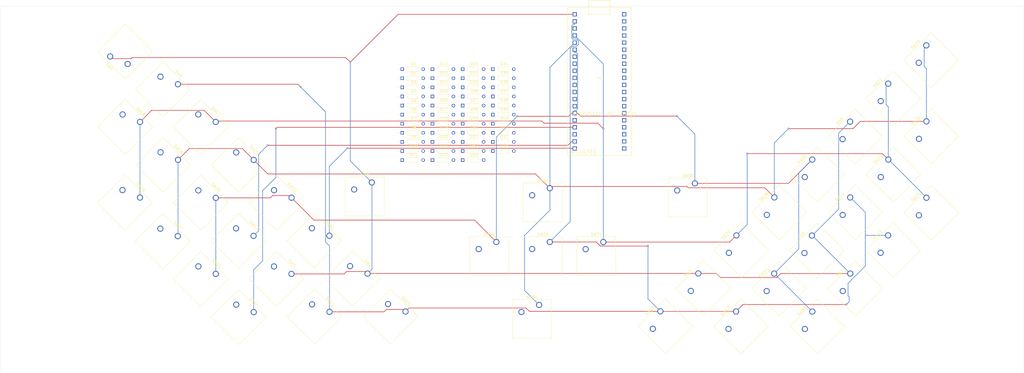
<source format=kicad_pcb>
(kicad_pcb (version 20240108) (generator "pcbnew") (generator_version "8.0")
  (layers (0 "F.Cu" signal) (31 "B.Cu" signal) (34 "B.Paste" user) (35 "F.Paste" user) (36 "B.SilkS" user "B.Silkscreen") (37 "F.SilkS" user "F.Silkscreen") (38 "B.Mask" user) (39 "F.Mask" user) (44 "Edge.Cuts" user))
  (net 0 "")
  (net 1 "col1")
  (net 2 "Net-(D1-A)")
  (net 3 "Net-(D10-A)")
  (net 4 "Net-(D11-A)")
  (net 5 "Net-(D37-K)")
  (net 6 "Net-(D38-K)")
  (net 7 "Net-(D39-K)")
  (net 8 "Net-(D40-K)")
  (net 9 "Net-(D41-K)")
  (net 10 "col2")
  (net 11 "Net-(D2-A)")
  (net 12 "Net-(D9-A)")
  (net 13 "Net-(D12-A)")
  (net 14 "Net-(D36-K)")
  (net 15 "Net-(D35-K)")
  (net 16 "Net-(D34-K)")
  (net 17 "Net-(D33-K)")
  (net 18 "Net-(D32-K)")
  (net 19 "Net-(D3-A)")
  (net 20 "col3")
  (net 21 "Net-(D8-A)")
  (net 22 "Net-(D13-A)")
  (net 23 "Net-(D27-K)")
  (net 24 "Net-(D28-K)")
  (net 25 "Net-(D29-K)")
  (net 26 "Net-(D30-K)")
  (net 27 "Net-(D31-K)")
  (net 28 "col4")
  (net 29 "Net-(D4-A)")
  (net 30 "Net-(D7-A)")
  (net 31 "Net-(D14-A)")
  (net 32 "Net-(D26-K)")
  (net 33 "Net-(D25-A)")
  (net 34 "Net-(D24-A)")
  (net 35 "Net-(D23-A)")
  (net 36 "Net-(D22-A)")
  (net 37 "Net-(D5-A)")
  (net 38 "col5")
  (net 39 "Net-(D6-A)")
  (net 40 "Net-(D15-A)")
  (net 41 "Net-(D16-A)")
  (net 42 "Net-(D17-A)")
  (net 43 "Net-(D18-A)")
  (net 44 "Net-(D19-A)")
  (net 45 "Net-(D20-A)")
  (net 46 "3")
  (net 47 "Net-(D21-A)")
  (net 48 "2")
  (net 49 "Net-(D42-A)")
  (net 50 "Net-(D43-A)")
  (net 51 "1")
  (net 53 "4")
  (net 58 "row7")
  (net 61 "row8")
  (net 63 "row6")
  (net 76 "row1")
  (net 77 "row3")
  (net 78 "row5")
  (net 82 "row4")
  (footprint "1N4148:DIOAD753W49L380D172B" (layer "F.Cu") (at 173.7455 134.1491)
    (property "Reference" "D30")
    (property "Value" "D")
  )
  (footprint "Button_Switch_Keyboard:SW_Cherry_MX_1.00u_PCB" (layer "F.Cu") (at 323.0183 171.0346 45)
    (property "Reference" "SW15")
    (property "Value" "SW_Push_45deg")
  )
  (footprint "Button_Switch_Keyboard:SW_Cherry_MX_1.00u_PCB" (layer "F.Cu") (at 122.0827 198.5404 -45)
    (property "Reference" "SW11")
    (property "Value" "SW_Push_45deg")
  )
  (footprint "1N4148:DIOAD753W49L380D172B" (layer "F.Cu") (at 173.7455 121.0691)
    (property "Reference" "D26")
    (property "Value" "D")
  )
  (footprint "Button_Switch_Keyboard:SW_Cherry_MX_1.00u_PCB" (layer "F.Cu") (at 67.5878 143.8547 -45)
    (property "Reference" "SW26")
    (property "Value" "SW_Push_45deg")
  )
  (footprint "1N4148:DIOAD753W49L380D172B" (layer "F.Cu") (at 173.7455 124.3391)
    (property "Reference" "D27")
    (property "Value" "D")
  )
  (footprint "1N4148:DIOAD753W49L380D172B" (layer "F.Cu") (at 152.0205 117.7991)
    (property "Reference" "D3")
    (property "Value" "D")
  )
  (footprint "Button_Switch_Keyboard:SW_Cherry_MX_1.00u_PCB" (layer "F.Cu") (at 254.7422 184.7352 45)
    (property "Reference" "SW4")
    (property "Value" "SW_Push_45deg")
  )
  (footprint "1N4148:DIOAD753W49L380D172B" (layer "F.Cu") (at 184.608 121.0691)
    (property "Reference" "D37")
    (property "Value" "D")
  )
  (footprint "1N4148:DIOAD753W49L380D172B" (layer "F.Cu") (at 162.883 117.7991)
    (property "Reference" "D14")
    (property "Value" "D")
  )
  (footprint "Button_Switch_Keyboard:SW_Cherry_MX_1.00u_PCB" (layer "F.Cu") (at 149.4219 198.4382 -45)
    (property "Reference" "SW10")
    (property "Value" "SW_Push_45deg")
  )
  (footprint "Button_Switch_Keyboard:SW_Cherry_MX_1.00u_PCB" (layer "F.Cu") (at 43.18 106.68 135)
    (property "Reference" "SW1")
    (property "Value" "SW_Push_45deg")
  )
  (footprint "Button_Switch_Keyboard:SW_Cherry_MX_1.00u_PCB" (layer "F.Cu") (at 241.0893 198.3583 45)
    (property "Reference" "SW12")
    (property "Value" "SW_Push_45deg")
  )
  (footprint "Button_Switch_Keyboard:SW_Cherry_MX_1.00u_PCB" (layer "F.Cu") (at 81.1487 130.223 -45)
    (property "Reference" "SW17")
    (property "Value" "SW_Push_45deg")
  )
  (footprint "1N4148:DIOAD753W49L380D172B" (layer "F.Cu") (at 162.883 127.6091)
    (property "Reference" "D17")
    (property "Value" "D")
  )
  (footprint "1N4148:DIOAD753W49L380D172B" (layer "F.Cu") (at 184.608 114.5291)
    (property "Reference" "D35")
    (property "Value" "D")
  )
  (footprint "1N4148:DIOAD753W49L380D172B" (layer "F.Cu") (at 173.7455 130.8791)
    (property "Reference" "D29")
    (property "Value" "D")
  )
  (footprint "Button_Switch_Keyboard:SW_Cherry_MX_1.00u_PCB" (layer "F.Cu") (at 268.3059 198.4016 45)
    (property "Reference" "SW13")
    (property "Value" "SW_Push_45deg")
  )
  (footprint "1N4148:DIOAD753W49L380D172B" (layer "F.Cu") (at 173.7455 114.5291)
    (property "Reference" "D24")
    (property "Value" "D")
  )
  (footprint "1N4148:DIOAD753W49L380D172B" (layer "F.Cu") (at 184.608 117.7991)
    (property "Reference" "D36")
    (property "Value" "D")
  )
  (footprint "1N4148:DIOAD753W49L380D172B" (layer "F.Cu") (at 184.608 124.3391)
    (property "Reference" "D38")
    (property "Value" "D")
  )
  (footprint "Button_Switch_Keyboard:SW_Cherry_MX_1.00u_PCB" (layer "F.Cu") (at 53.8983 157.4387 -45)
    (property "Reference" "SW19")
    (property "Value" "SW_Push_45deg")
  )
  (footprint "Button_Switch_Keyboard:SW_Cherry_MX_1.00u_PCB" (layer "F.Cu") (at 295.7548 198.4363 45)
    (property "Reference" "SW38")
    (property "Value" "SW_Push_45deg")
  )
  (footprint "1N4148:DIOAD753W49L380D172B" (layer "F.Cu") (at 162.883 140.6891)
    (property "Reference" "D21")
    (property "Value" "D")
  )
  (footprint "Button_Switch_Keyboard:SW_Cherry_MX_1.00u_PCB" (layer "F.Cu") (at 122.0319 171.1641 -45)
    (property "Reference" "SW42")
    (property "Value" "SW_Push_45deg")
  )
  (footprint "Button_Switch_Keyboard:SW_Cherry_MX_1.00u_PCB" (layer "F.Cu") (at 81.1718 157.5428 -45)
    (property "Reference" "SW34")
    (property "Value" "SW_Push_45deg")
  )
  (footprint "1N4148:DIOAD753W49L380D172B" (layer "F.Cu") (at 173.7455 117.7991)
    (property "Reference" "D25")
    (property "Value" "D")
  )
  (footprint "Button_Switch_Keyboard:SW_Cherry_MX_1.00u_PCB" (layer "F.Cu") (at 108.3933 184.903 -45)
    (property "Reference" "SW3")
    (property "Value" "SW_Push_45deg")
  )
  (footprint "1N4148:DIOAD753W49L380D172B" (layer "F.Cu") (at 184.608 130.8791)
    (property "Reference" "D40")
    (property "Value" "D")
  )
  (footprint "Button_Switch_Keyboard:SW_Cherry_MX_1.00u_PCB" (layer "F.Cu") (at 336.751 102.6753 45)
    (property "Reference" "SW29")
    (property "Value" "SW_Push_45deg")
  )
  (footprint "Button_Switch_Keyboard:SW_Cherry_MX_1.00u_PCB" (layer "F.Cu") (at 67.5071 171.3202 -45)
    (property "Reference" "SW27")
    (property "Value" "SW_Push_45deg")
  )
  (footprint "Button_Switch_Keyboard:SW_Cherry_MX_1.00u_PCB" (layer "F.Cu") (at 94.8105 198.6458 -45)
    (property "Reference" "SW44")
    (property "Value" "SW_Push_45deg")
  )
  (footprint "Button_Switch_Keyboard:SW_Cherry_MX_1.00u_PCB" (layer "F.Cu") (at 201.3192 173.4139)
    (property "Reference" "SW16")
    (property "Value" "SW_Push_45deg")
  )
  (footprint "Button_Switch_Keyboard:SW_Cherry_MX_1.00u_PCB" (layer "F.Cu") (at 253.5005 152.3323)
    (property "Reference" "SW39")
    (property "Value" "SW_Push_45deg")
  )
  (footprint "Button_Switch_Keyboard:SW_Cherry_MX_1.00u_PCB" (layer "F.Cu") (at 81.1718 184.8857 -45)
    (property "Reference" "SW35")
    (property "Value" "SW_Push_45deg")
  )
  (footprint "1N4148:DIOAD753W49L380D172B" (layer "F.Cu") (at 152.0205 134.1491)
    (property "Reference" "D8")
    (property "Value" "D")
  )
  (footprint "Button_Switch_Keyboard:SW_Cherry_MX_1.00u_PCB" (layer "F.Cu") (at 94.7546 171.2162 -45)
    (property "Reference" "SW43")
    (property "Value" "SW_Push_45deg")
  )
  (footprint "Button_Switch_Keyboard:SW_Cherry_MX_1.00u_PCB" (layer "F.Cu") (at 137.2948 151.9946)
    (property "Reference" "SW8")
    (property "Value" "SW_Push_45deg")
  )
  (footprint "1N4148:DIOAD753W49L380D172B" (layer "F.Cu") (at 152.0205 124.3391)
    (property "Reference" "D5")
    (property "Value" "D")
  )
  (footprint "1N4148:DIOAD753W49L380D172B" (layer "F.Cu") (at 162.883 124.3391)
    (property "Reference" "D16")
    (property "Value" "D")
  )
  (footprint "Button_Switch_Keyboard:SW_Cherry_MX_1.00u_PCB" (layer "F.Cu") (at 53.933 130.2346 -45)
    (property "Reference" "SW18")
    (property "Value" "SW_Push_45deg")
  )
  (footprint "Button_Switch_Keyboard:SW_Cherry_MX_1.00u_PCB" (layer "F.Cu") (at 309.4036 184.7709 45)
    (property "Reference" "SW7")
    (property "Value" "SW_Push_45deg")
  )
  (footprint "1N4148:DIOAD753W49L380D172B" (layer "F.Cu") (at 184.608 127.6091)
    (property "Reference" "D39")
    (property "Value" "D")
  )
  (footprint "1N4148:DIOAD753W49L380D172B" (layer "F.Cu") (at 162.883 111.2591)
    (property "Reference" "D12")
    (property "Value" "D")
  )
  (footprint "1N4148:DIOAD753W49L380D172B" (layer "F.Cu") (at 162.883 134.1491)
    (property "Reference" "D19")
    (property "Value" "D")
  )
  (footprint "1N4148:DIOAD753W49L380D172B" (layer "F.Cu") (at 173.7455 143.9591)
    (property "Reference" "D33")
    (property "Value" "D")
  )
  (footprint "Button_Switch_Keyboard:SW_Cherry_MX_1.00u_PCB" (layer "F.Cu") (at 282.0941 157.3846 45)
    (property "Reference" "SW28")
    (property "Value" "SW_Push_45deg")
  )
  (footprint "1N4148:DIOAD753W49L380D172B" (layer "F.Cu") (at 162.883 137.4191)
    (property "Reference" "D20")
    (property "Value" "D")
  )
  (footprint "Button_Switch_Keyboard:SW_Cherry_MX_1.00u_PCB" (layer "F.Cu") (at 295.6287 171.0975 45)
    (property "Reference" "SW6")
    (property "Value" "SW_Push_45deg")
  )
  (footprint "1N4148:DIOAD753W49L380D172B" (layer "F.Cu") (at 173.7455 127.6091)
    (property "Reference" "D28")
    (property "Value" "D")
  )
  (footprint "Button_Switch_Keyboard:SW_Cherry_MX_1.00u_PCB" (layer "F.Cu") (at 336.7972 130.0331 45)
    (property "Reference" "SW30")
    (property "Value" "SW_Push_45deg")
  )
  (footprint "Button_Switch_Keyboard:SW_Cherry_MX_1.00u_PCB" (layer "F.Cu") (at 135.7708 184.7989 -45)
    (property "Reference" "SW2")
    (property "Value" "SW_Push_45deg")
  )
  (footprint "1N4148:DIOAD753W49L380D172B" (layer "F.Cu") (at 152.0205 140.6891)
    (property "Reference" "D10")
    (property "Value" "D")
  )
  (footprint "1N4148:DIOAD753W49L380D172B" (layer "F.Cu") (at 152.0205 143.9591)
    (property "Reference" "D11")
    (property "Value" "D")
  )
  (footprint "1N4148:DIOAD753W49L380D172B" (layer "F.Cu") (at 162.883 130.8791)
    (property "Reference" "D18")
    (property "Value" "D")
  )
  (footprint "Button_Switch_Keyboard:SW_Cherry_MX_1.00u_PCB" (layer "F.Cu") (at 336.7833 157.5085 45)
    (property "Reference" "SW23")
    (property "Value" "SW_Push_45deg")
  )
  (footprint "1N4148:DIOAD753W49L380D172B" (layer "F.Cu") (at 184.608 137.4191)
    (property "Reference" "D42")
    (property "Value" "D")
  )
  (footprint "Button_Switch_Keyboard:SW_Cherry_MX_1.00u_PCB" (layer "F.Cu") (at 295.7343 143.7692 45)
    (property "Reference" "SW36")
    (property "Value" "SW_Push_45deg")
  )
  (footprint "1N4148:DIOAD753W49L380D172B" (layer "F.Cu") (at 173.7455 140.6891)
    (property "Reference" "D32")
    (property "Value" "D")
  )
  (footprint "Button_Switch_Keyboard:SW_Cherry_MX_1.00u_PCB" (layer "F.Cu") (at 201.3165 154.068)
    (property "Reference" "SW32")
    (property "Value" "SW_Push_45deg")
  )
  (footprint "Button_Switch_Keyboard:SW_Cherry_MX_1.00u_PCB" (layer "F.Cu") (at 67.5556 116.6724 -45)
    (property "Reference" "SW9")
    (property "Value" "SW_Push_45deg")
  )
  (footprint "Button_Switch_Keyboard:SW_Cherry_MX_1.00u_PCB" (layer "F.Cu") (at 268.4332 171.0454 45)
    (property "Reference" "SW20")
    (property "Value" "SW_Push_45deg")
  )
  (footprint "1N4148:DIOAD753W49L380D172B" (layer "F.Cu") (at 173.7455 111.2591)
    (property "Reference" "D23")
    (property "Value" "D")
  )
  (footprint "Button_Switch_Keyboard:SW_Cherry_MX_1.00u_PCB" (layer "F.Cu") (at 94.8054 143.8894 -45)
    (property "Reference" "SW25")
    (property "Value" "SW_Push_45deg")
  )
  (footprint "Button_Switch_Keyboard:SW_Cherry_MX_1.00u_PCB" (layer "F.Cu") (at 108.4267 157.4895 -45)
    (property "Reference" "SW33")
    (property "Value" "SW_Push_45deg")
  )
  (footprint "Button_Switch_Keyboard:SW_Cherry_MX_1.00u_PCB" (layer "F.Cu") (at 309.3675 157.3979 45)
    (property "Reference" "SW14")
    (property "Value" "SW_Push_45deg")
  )
  (footprint "Button_Switch_Keyboard:SW_Cherry_MX_1.00u_PCB" (layer "F.Cu") (at 220.5783 173.4486)
    (property "Reference" "SW24")
    (property "Value" "SW_Push_45deg")
  )
  (footprint "Button_Switch_Keyboard:SW_Cherry_MX_1.00u_PCB" (layer "F.Cu") (at 323.0583 116.4464 45)
    (property "Reference" "SW21")
    (property "Value" "SW_Push_45deg")
  )
  (footprint "1N4148:DIOAD753W49L380D172B" (layer "F.Cu") (at 162.883 114.5291)
    (property "Reference" "D13")
    (property "Value" "D")
  )
  (footprint "Button_Switch_Keyboard:SW_Cherry_MX_1.00u_PCB" (layer "F.Cu") (at 323.0882 143.772 45)
    (property "Reference" "SW22")
    (property "Value" "SW_Push_45deg")
  )
  (footprint "Button_Switch_Keyboard:SW_Cherry_MX_1.00u_PCB" (layer "F.Cu") (at 282.0352 184.7755 45)
    (property "Reference" "SW37")
    (property "Value" "SW_Push_45deg")
  )
  (footprint "1N4148:DIOAD753W49L380D172B" (layer "F.Cu") (at 152.0205 114.5291)
    (property "Reference" "D2")
    (property "Value" "D")
  )
  (footprint "1N4148:DIOAD753W49L380D172B" (layer "F.Cu") (at 162.883 121.0691)
    (property "Reference" "D15")
    (property "Value" "D")
  )
  (footprint "USE_THIS_ONE:RASPBERRY_PI_PICO" (layer "F.Cu") (at 219.1763 114.3884)
    (property "Reference" "U1")
    (property "Value" "RASPBERRY_PI_PICO")
  )
  (footprint "1N4148:DIOAD753W49L380D172B" (layer "F.Cu") (at 173.7455 137.4191)
    (property "Reference" "D31")
    (property "Value" "D")
  )
  (footprint "1N4148:DIOAD753W49L380D172B" (layer "F.Cu") (at 152.0205 111.2591)
    (property "Reference" "D1")
    (property "Value" "D")
  )
  (footprint "1N4148:DIOAD753W49L380D172B" (layer "F.Cu") (at 162.883 143.9591)
    (property "Reference" "D22")
    (property "Value" "D")
  )
  (footprint "Button_Switch_Keyboard:SW_Cherry_MX_1.00u_PCB" (layer "F.Cu") (at 182.1099 173.4226)
    (property "Reference" "SW40")
    (property "Value" "SW_Push_45deg")
  )
  (footprint "1N4148:DIOAD753W49L380D172B" (layer "F.Cu") (at 152.0205 137.4191)
    (property "Reference" "D9")
    (property "Value" "D")
  )
  (footprint "1N4148:DIOAD753W49L380D172B" (layer "F.Cu") (at 184.608 111.2591)
    (property "Reference" "D34")
    (property "Value" "D")
  )
  (footprint "Button_Switch_Keyboard:SW_Cherry_MX_1.00u_PCB" (layer "F.Cu") (at 197.4716 196.0665)
    (property "Reference" "SW31")
    (property "Value" "SW_Push_45deg")
  )
  (footprint "1N4148:DIOAD753W49L380D172B" (layer "F.Cu") (at 152.0205 130.8791)
    (property "Reference" "D7")
    (property "Value" "D")
  )
  (footprint "1N4148:DIOAD753W49L380D172B" (layer "F.Cu") (at 184.608 140.6891)
    (property "Reference" "D43")
    (property "Value" "D")
  )
  (footprint "1N4148:DIOAD753W49L380D172B" (layer "F.Cu") (at 152.0205 121.0691)
    (property "Reference" "D4")
    (property "Value" "D")
  )
  (footprint "Button_Switch_Keyboard:SW_Cherry_MX_1.00u_PCB" (layer "F.Cu") (at 309.3369 130.1319 45)
    (property "Reference" "SW5")
    (property "Value" "SW_Push_45deg")
  )
  (footprint "1N4148:DIOAD753W49L380D172B" (layer "F.Cu") (at 184.608 134.1491)
    (property "Reference" "D41")
    (property "Value" "D")
  )
  (footprint "1N4148:DIOAD753W49L380D172B" (layer "F.Cu") (at 152.0205 127.6091)
    (property "Reference" "D6")
    (property "Value" "D")
  )
  (gr_rect (start 3.572503 88.595347) (end 371.888146 220.588292) (stroke (width 0.05)) (fill none) (layer "Edge.Cuts"))
  (segment (start 51.1229 107.0714) (end 127.9236 107.0714) (width 0.2) (layer "F.Cu") (net 1))
  (segment (start 282.9584 186.1991) (end 262.6369 186.1991) (width 0.2) (layer "F.Cu") (net 1))
  (segment (start 43.18 106.68) (end 43.9407 107.4407) (width 0.2) (layer "F.Cu") (net 1))
  (segment (start 284.3866 184.7709) (end 282.9584 186.1991) (width 0.2) (layer "F.Cu") (net 1))
  (segment (start 135.7708 184.7989) (end 135.7708 184.7352) (width 0.2) (layer "F.Cu") (net 1))
  (segment (start 262.6369 186.1991) (end 261.173 184.7352) (width 0.2) (layer "F.Cu") (net 1))
  (segment (start 135.7708 184.7352) (end 254.7422 184.7352) (width 0.2) (layer "F.Cu") (net 1))
  (segment (start 127.3324 184.903) (end 108.3933 184.903) (width 0.2) (layer "F.Cu") (net 1))
  (segment (start 146.7458 91.5284) (end 210.2863 91.5284) (width 0.2) (layer "F.Cu") (net 1))
  (segment (start 50.7536 107.4407) (end 51.1229 107.0714) (width 0.2) (layer "F.Cu") (net 1))
  (segment (start 309.4036 184.7709) (end 284.3866 184.7709) (width 0.2) (layer "F.Cu") (net 1))
  (segment (start 129.5632 108.711) (end 146.7458 91.5284) (width 0.2) (layer "F.Cu") (net 1))
  (segment (start 128.1973 184.0381) (end 127.3324 184.903) (width 0.2) (layer "F.Cu") (net 1))
  (segment (start 135.0737 184.0381) (end 128.1973 184.0381) (width 0.2) (layer "F.Cu") (net 1))
  (segment (start 43.9407 107.4407) (end 50.7536 107.4407) (width 0.2) (layer "F.Cu") (net 1))
  (segment (start 261.173 184.7352) (end 254.7422 184.7352) (width 0.2) (layer "F.Cu") (net 1))
  (segment (start 127.9236 107.0714) (end 129.5632 108.711) (width 0.2) (layer "F.Cu") (net 1))
  (segment (start 135.7708 184.7352) (end 135.0737 184.0381) (width 0.2) (layer "F.Cu") (net 1))
  (via (at 129.5632 108.711) (size 0.6) (drill 0.3) (layers "F.Cu" "B.Cu") (net 1))
  (segment (start 295.6287 171.0975) (end 295.7302 171.0975) (width 0.2) (layer "B.Cu") (net 1))
  (segment (start 129.5632 144.263) (end 137.2948 151.9946) (width 0.2) (layer "B.Cu") (net 1))
  (segment (start 129.5632 108.711) (end 129.5632 144.263) (width 0.2) (layer "B.Cu") (net 1))
  (segment (start 137.2948 151.9946) (end 137.3456 152.0454) (width 0.2) (layer "B.Cu") (net 1))
  (segment (start 309.3369 130.1319) (end 305.2217 134.2471) (width 0.2) (layer "B.Cu") (net 1))
  (segment (start 305.2217 161.606) (end 295.7302 171.0975) (width 0.2) (layer "B.Cu") (net 1))
  (segment (start 137.3456 183.2241) (end 135.7708 184.7989) (width 0.2) (layer "B.Cu") (net 1))
  (segment (start 305.2217 134.2471) (end 305.2217 161.606) (width 0.2) (layer "B.Cu") (net 1))
  (segment (start 295.7302 171.0975) (end 309.4036 184.7709) (width 0.2) (layer "B.Cu") (net 1))
  (segment (start 137.3456 152.0454) (end 137.3456 183.2241) (width 0.2) (layer "B.Cu") (net 1))
  (segment (start 308.0092 195.9131) (end 270.7944 195.9131) (width 0.2) (layer "F.Cu") (net 10))
  (segment (start 236.5342 174.8864) (end 236.6308 174.7898) (width 0.2) (layer "F.Cu") (net 10))
  (segment (start 141.7133 198.5404) (end 122.0827 198.5404) (width 0.2) (layer "F.Cu") (net 10))
  (segment (start 270.7944 195.9131) (end 268.3059 198.4016) (width 0.2) (layer "F.Cu") (net 10))
  (segment (start 142.5763 197.6774) (end 141.7133 198.5404) (width 0.2) (layer "F.Cu") (net 10))
  (segment (start 148.6611 197.6774) (end 142.5763 197.6774) (width 0.2) (layer "F.Cu") (net 10))
  (segment (start 150.6963 197.1638) (end 149.4219 198.4382) (width 0.2) (layer "F.Cu") (net 10))
  (segment (start 193.9373 198.3583) (end 192.7428 197.1638) (width 0.2) (layer "F.Cu") (net 10))
  (segment (start 67.5556 116.6724) (end 110.704 116.6724) (width 0.2) (layer "F.Cu") (net 10))
  (segment (start 149.4219 198.4382) (end 148.6611 197.6774) (width 0.2) (layer "F.Cu") (net 10))
  (segment (start 219.5165 174.8864) (end 236.5342 174.8864) (width 0.2) (layer "F.Cu") (net 10))
  (segment (start 241.1326 198.4016) (end 241.0893 198.3583) (width 0.2) (layer "F.Cu") (net 10))
  (segment (start 201.3192 173.4139) (end 218.044 173.4139) (width 0.2) (layer "F.Cu") (net 10))
  (segment (start 110.704 116.6724) (end 111.7186 117.687) (width 0.2) (layer "F.Cu") (net 10))
  (segment (start 218.044 173.4139) (end 219.5165 174.8864) (width 0.2) (layer "F.Cu") (net 10))
  (segment (start 192.7428 197.1638) (end 150.6963 197.1638) (width 0.2) (layer "F.Cu") (net 10))
  (segment (start 268.3059 198.4016) (end 241.1326 198.4016) (width 0.2) (layer "F.Cu") (net 10))
  (segment (start 241.0893 198.3583) (end 193.9373 198.3583) (width 0.2) (layer "F.Cu") (net 10))
  (via (at 111.7186 117.687) (size 0.6) (drill 0.3) (layers "F.Cu" "B.Cu") (net 10))
  (via (at 308.0092 195.9131) (size 0.6) (drill 0.3) (layers "F.Cu" "B.Cu") (net 10))
  (via (at 236.6308 174.7898) (size 0.6) (drill 0.3) (layers "F.Cu" "B.Cu") (net 10))
  (segment (start 314.8055 182.0695) (end 308.6073 188.2677) (width 0.2) (layer "B.Cu") (net 10))
  (segment (start 120.6302 126.5986) (end 120.6302 173.3895) (width 0.2) (layer "B.Cu") (net 10))
  (segment (start 308.6073 192.7686) (end 309.0092 193.1705) (width 0.2) (layer "B.Cu") (net 10))
  (segment (start 309.0092 193.1705) (end 309.0092 194.9131) (width 0.2) (layer "B.Cu") (net 10))
  (segment (start 208.6589 166.0742) (end 201.3192 173.4139) (width 0.2) (layer "B.Cu") (net 10))
  (segment (start 309.3675 157.3979) (end 309.4526 157.3979) (width 0.2) (layer "B.Cu") (net 10))
  (segment (start 209.5169 102.9856) (end 208.6589 103.8436) (width 0.2) (layer "B.Cu") (net 10))
  (segment (start 210.2863 95.1241) (end 209.7584 95.1241) (width 0.2) (layer "B.Cu") (net 10))
  (segment (start 120.6302 173.3895) (end 122.0827 174.842) (width 0.2) (layer "B.Cu") (net 10))
  (segment (start 314.8055 162.7508) (end 314.8055 171.0346) (width 0.2) (layer "B.Cu") (net 10))
  (segment (start 209.2306 100.0694) (end 209.6068 100.4456) (width 0.2) (layer "B.Cu") (net 10))
  (segment (start 211.6434 102.3125) (end 210.9703 102.9856) (width 0.2) (layer "B.Cu") (net 10))
  (segment (start 308.6073 188.2677) (end 308.6073 192.7686) (width 0.2) (layer "B.Cu") (net 10))
  (segment (start 209.2306 95.6519) (end 209.2306 100.0694) (width 0.2) (layer "B.Cu") (net 10))
  (segment (start 122.0827 174.842) (end 122.0827 198.5404) (width 0.2) (layer "B.Cu") (net 10))
  (segment (start 210.2863 94.0684) (end 210.2863 95.1241) (width 0.2) (layer "B.Cu") (net 10))
  (segment (start 314.8055 171.0346) (end 314.8055 182.0695) (width 0.2) (layer "B.Cu") (net 10))
  (segment (start 209.6068 100.4456) (end 211.0556 100.4456) (width 0.2) (layer "B.Cu") (net 10))
  (segment (start 111.7186 117.687) (end 120.6302 126.5986) (width 0.2) (layer "B.Cu") (net 10))
  (segment (start 209.7584 95.1241) (end 209.2306 95.6519) (width 0.2) (layer "B.Cu") (net 10))
  (segment (start 211.0556 100.4456) (end 211.6434 101.0334) (width 0.2) (layer "B.Cu") (net 10))
  (segment (start 211.6434 101.0334) (end 211.6434 102.3125) (width 0.2) (layer "B.Cu") (net 10))
  (segment (start 236.6308 174.7898) (end 236.6308 193.8998) (width 0.2) (layer "B.Cu") (net 10))
  (segment (start 314.8055 171.0346) (end 323.0183 171.0346) (width 0.2) (layer "B.Cu") (net 10))
  (segment (start 309.4526 157.3979) (end 314.8055 162.7508) (width 0.2) (layer "B.Cu") (net 10))
  (segment (start 208.6589 103.8436) (end 208.6589 166.0742) (width 0.2) (layer "B.Cu") (net 10))
  (segment (start 309.0092 194.9131) (end 308.0092 195.9131) (width 0.2) (layer "B.Cu") (net 10))
  (segment (start 210.9703 102.9856) (end 209.5169 102.9856) (width 0.2) (layer "B.Cu") (net 10))
  (segment (start 236.6308 193.8998) (end 241.0893 198.3583) (width 0.2) (layer "B.Cu") (net 10))
  (segment (start 272.32 141.623) (end 320.9392 141.623) (width 0.2) (layer "F.Cu") (net 20))
  (segment (start 268.4332 171.0454) (end 266.03 173.4486) (width 0.2) (layer "F.Cu") (net 20))
  (segment (start 266.03 173.4486) (end 220.5783 173.4486) (width 0.2) (layer "F.Cu") (net 20))
  (segment (start 77.0093 126.0836) (end 81.1487 130.223) (width 0.2) (layer "F.Cu") (net 20))
  (segment (start 81.4608 129.9109) (end 198.4798 129.9109) (width 0.2) (layer "F.Cu") (net 20))
  (segment (start 81.1487 130.223) (end 81.4608 129.9109) (width 0.2) (layer "F.Cu") (net 20))
  (segment (start 58.084 126.0836) (end 77.0093 126.0836) (width 0.2) (layer "F.Cu") (net 20))
  (segment (start 53.933 130.2346) (end 58.084 126.0836) (width 0.2) (layer "F.Cu") (net 20))
  (segment (start 320.9392 141.623) (end 323.0882 143.772) (width 0.2) (layer "F.Cu") (net 20))
  (segment (start 198.4798 129.9109) (end 199.253 130.6841) (width 0.2) (layer "F.Cu") (net 20))
  (segment (start 199.253 130.6841) (end 218.6154 130.6841) (width 0.2) (layer "F.Cu") (net 20))
  (segment (start 218.6154 130.6841) (end 220.5783 132.647) (width 0.2) (layer "F.Cu") (net 20))
  (via (at 220.5783 132.647) (size 0.6) (drill 0.3) (layers "F.Cu" "B.Cu") (net 20))
  (via (at 272.32 141.623) (size 0.6) (drill 0.3) (layers "F.Cu" "B.Cu") (net 20))
  (segment (start 220.5783 109.4003) (end 210.3264 99.1484) (width 0.2) (layer "B.Cu") (net 20))
  (segment (start 272.32 167.1586) (end 272.32 141.623) (width 0.2) (layer "B.Cu") (net 20))
  (segment (start 53.8983 157.4387) (end 53.8983 130.2693) (width 0.2) (layer "B.Cu") (net 20))
  (segment (start 322.2976 117.2071) (end 322.2976 124.0199) (width 0.2) (layer "B.Cu") (net 20))
  (segment (start 336.7833 157.3952) (end 336.7833 157.5085) (width 0.2) (layer "B.Cu") (net 20))
  (segment (start 220.5783 132.647) (end 220.5783 109.4003) (width 0.2) (layer "B.Cu") (net 20))
  (segment (start 323.1601 143.772) (end 336.7833 157.3952) (width 0.2) (layer "B.Cu") (net 20))
  (segment (start 53.8983 130.2693) (end 53.933 130.2346) (width 0.2) (layer "B.Cu") (net 20))
  (segment (start 220.5783 173.4486) (end 220.5783 132.647) (width 0.2) (layer "B.Cu") (net 20))
  (segment (start 323.0583 116.4464) (end 322.2976 117.2071) (width 0.2) (layer "B.Cu") (net 20))
  (segment (start 322.2976 124.0199) (end 323.0882 124.8105) (width 0.2) (layer "B.Cu") (net 20))
  (segment (start 323.0882 143.772) (end 323.1601 143.772) (width 0.2) (layer "B.Cu") (net 20))
  (segment (start 268.4332 171.0454) (end 272.32 167.1586) (width 0.2) (layer "B.Cu") (net 20))
  (segment (start 210.3264 99.1484) (end 210.2863 99.1484) (width 0.2) (layer "B.Cu") (net 20))
  (segment (start 323.0882 124.8105) (end 323.0882 143.772) (width 0.2) (layer "B.Cu") (net 20))
  (segment (start 99.873 148.957) (end 196.2055 148.957) (width 0.2) (layer "F.Cu") (net 28))
  (segment (start 310.3997 132.647) (end 287.1905 132.647) (width 0.2) (layer "F.Cu") (net 28))
  (segment (start 313.0136 130.0331) (end 310.3997 132.647) (width 0.2) (layer "F.Cu") (net 28))
  (segment (start 250.6086 153.4539) (end 251.0719 153.9172) (width 0.2) (layer "F.Cu") (net 28))
  (segment (start 201.9306 153.4539) (end 250.6086 153.4539) (width 0.2) (layer "F.Cu") (net 28))
  (segment (start 201.3165 154.068) (end 201.9306 153.4539) (width 0.2) (layer "F.Cu") (net 28))
  (segment (start 278.6267 153.9172) (end 282.0941 157.3846) (width 0.2) (layer "F.Cu") (net 28))
  (segment (start 196.2055 148.957) (end 201.3165 154.068) (width 0.2) (layer "F.Cu") (net 28))
  (segment (start 251.0719 153.9172) (end 278.6267 153.9172) (width 0.2) (layer "F.Cu") (net 28))
  (segment (start 71.6521 139.7904) (end 90.7064 139.7904) (width 0.2) (layer "F.Cu") (net 28))
  (segment (start 336.7972 130.0331) (end 313.0136 130.0331) (width 0.2) (layer "F.Cu") (net 28))
  (segment (start 67.5878 143.8547) (end 71.6521 139.7904) (width 0.2) (layer "F.Cu") (net 28))
  (segment (start 90.7064 139.7904) (end 94.8054 143.8894) (width 0.2) (layer "F.Cu") (net 28))
  (segment (start 94.8054 143.8894) (end 99.873 148.957) (width 0.2) (layer "F.Cu") (net 28))
  (via (at 287.1905 132.647) (size 0.6) (drill 0.3) (layers "F.Cu" "B.Cu") (net 28))
  (segment (start 201.3677 161.9509) (end 192.2516 171.067) (width 0.2) (layer "B.Cu") (net 28))
  (segment (start 336.7972 111.0558) (end 336.7972 130.0331) (width 0.2) (layer "B.Cu") (net 28))
  (segment (start 201.3677 154.068) (end 201.3677 161.9509) (width 0.2) (layer "B.Cu") (net 28))
  (segment (start 201.3677 110.5668) (end 201.3677 154.068) (width 0.2) (layer "B.Cu") (net 28))
  (segment (start 282.0941 137.7434) (end 282.0941 157.3846) (width 0.2) (layer "B.Cu") (net 28))
  (segment (start 335.9903 110.2489) (end 336.7972 111.0558) (width 0.2) (layer "B.Cu") (net 28))
  (segment (start 287.1905 132.647) (end 282.0941 137.7434) (width 0.2) (layer "B.Cu") (net 28))
  (segment (start 335.9903 103.436) (end 335.9903 110.2489) (width 0.2) (layer "B.Cu") (net 28))
  (segment (start 210.2461 101.6884) (end 201.3677 110.5668) (width 0.2) (layer "B.Cu") (net 28))
  (segment (start 210.2863 101.6884) (end 210.2461 101.6884) (width 0.2) (layer "B.Cu") (net 28))
  (segment (start 67.5878 143.8547) (end 67.5878 171.2395) (width 0.2) (layer "B.Cu") (net 28))
  (segment (start 67.5878 171.2395) (end 67.5071 171.3202) (width 0.2) (layer "B.Cu") (net 28))
  (segment (start 192.2516 190.8465) (end 197.4716 196.0665) (width 0.2) (layer "B.Cu") (net 28))
  (segment (start 192.2516 171.067) (end 192.2516 190.8465) (width 0.2) (layer "B.Cu") (net 28))
  (segment (start 336.751 102.6753) (end 335.9903 103.436) (width 0.2) (layer "B.Cu") (net 28))
  (segment (start 201.3677 154.068) (end 201.3165 154.068) (width 0.2) (layer "B.Cu") (net 28))
  (segment (start 208.1168 128.2022) (end 209.2306 127.0884) (width 0.2) (layer "F.Cu") (net 38))
  (segment (start 212.3977 128.1441) (end 247.0461 128.1441) (width 0.2) (layer "F.Cu") (net 38))
  (segment (start 253.5005 152.3323) (end 287.1712 152.3323) (width 0.2) (layer "F.Cu") (net 38))
  (segment (start 101.5811 156.7287) (end 100.767 157.5428) (width 0.2) (layer "F.Cu") (net 38))
  (segment (start 107.6659 156.7287) (end 101.5811 156.7287) (width 0.2) (layer "F.Cu") (net 38))
  (segment (start 174.2362 165.5489) (end 182.1099 173.4226) (width 0.2) (layer "F.Cu") (net 38))
  (segment (start 189.5912 128.2022) (end 208.1168 128.2022) (width 0.2) (layer "F.Cu") (net 38))
  (segment (start 108.4267 157.4895) (end 116.4861 165.5489) (width 0.2) (layer "F.Cu") (net 38))
  (segment (start 108.4267 157.4895) (end 107.6659 156.7287) (width 0.2) (layer "F.Cu") (net 38))
  (segment (start 211.342 127.0884) (end 212.3977 128.1441) (width 0.2) (layer "F.Cu") (net 38))
  (segment (start 287.1712 152.3323) (end 295.7343 143.7692) (width 0.2) (layer "F.Cu") (net 38))
  (segment (start 210.2863 127.0884) (end 211.342 127.0884) (width 0.2) (layer "F.Cu") (net 38))
  (segment (start 210.2863 127.0884) (end 209.2306 127.0884) (width 0.2) (layer "F.Cu") (net 38))
  (segment (start 100.767 157.5428) (end 81.1718 157.5428) (width 0.2) (layer "F.Cu") (net 38))
  (segment (start 116.4861 165.5489) (end 174.2362 165.5489) (width 0.2) (layer "F.Cu") (net 38))
  (via (at 247.0461 128.1441) (size 0.6) (drill 0.3) (layers "F.Cu" "B.Cu") (net 38))
  (via (at 189.5912 128.2022) (size 0.6) (drill 0.3) (layers "F.Cu" "B.Cu") (net 38))
  (segment (start 182.1099 135.6835) (end 189.5912 128.2022) (width 0.2) (layer "B.Cu") (net 38))
  (segment (start 295.7548 198.4363) (end 282.0646 184.7461) (width 0.2) (layer "B.Cu") (net 38))
  (segment (start 210.8142 105.2841) (end 211.342 105.8119) (width 0.2) (layer "B.Cu") (net 38))
  (segment (start 253.5005 134.5985) (end 253.5005 152.3323) (width 0.2) (layer "B.Cu") (net 38))
  (segment (start 81.1718 157.5428) (end 81.1718 184.8857) (width 0.2) (layer "B.Cu") (net 38))
  (segment (start 210.2863 127.0884) (end 210.2863 126.0327) (width 0.2) (layer "B.Cu") (net 38))
  (segment (start 210.2863 104.2284) (end 210.2863 105.2841) (width 0.2) (layer "B.Cu") (net 38))
  (segment (start 282.0646 184.7461) (end 282.0352 184.7755) (width 0.2) (layer "B.Cu") (net 38))
  (segment (start 290.8677 148.6358) (end 290.8677 175.943) (width 0.2) (layer "B.Cu") (net 38))
  (segment (start 210.8142 126.0327) (end 210.2863 126.0327) (width 0.2) (layer "B.Cu") (net 38))
  (segment (start 210.2863 105.2841) (end 210.8142 105.2841) (width 0.2) (layer "B.Cu") (net 38))
  (segment (start 211.342 105.8119) (end 211.342 125.5049) (width 0.2) (layer "B.Cu") (net 38))
  (segment (start 211.342 125.5049) (end 210.8142 126.0327) (width 0.2) (layer "B.Cu") (net 38))
  (segment (start 182.1099 173.4226) (end 182.1099 135.6835) (width 0.2) (layer "B.Cu") (net 38))
  (segment (start 290.8677 175.943) (end 282.0646 184.7461) (width 0.2) (layer "B.Cu") (net 38))
  (segment (start 247.0461 128.1441) (end 253.5005 134.5985) (width 0.2) (layer "B.Cu") (net 38))
  (segment (start 295.7343 143.7692) (end 290.8677 148.6358) (width 0.2) (layer "B.Cu") (net 38))
  (segment (start 209.2306 139.7884) (end 209.1365 139.6943) (width 0.2) (layer "F.Cu") (net 46))
  (segment (start 210.2863 139.7884) (end 209.2306 139.7884) (width 0.2) (layer "F.Cu") (net 46))
  (segment (start 209.1365 139.6943) (end 128.5178 139.6943) (width 0.2) (layer "F.Cu") (net 46))
  (via (at 128.5178 139.6943) (size 0.6) (drill 0.3) (layers "F.Cu" "B.Cu") (net 46))
  (segment (start 122.0319 171.1641) (end 122.0319 146.1802) (width 0.2) (layer "B.Cu") (net 46))
  (segment (start 122.0319 146.1802) (end 128.5178 139.6943) (width 0.2) (layer "B.Cu") (net 46))
  (segment (start 210.2863 137.2484) (end 209.2306 137.2484) (width 0.2) (layer "F.Cu") (net 48))
  (segment (start 209.2306 137.2484) (end 207.848 138.631) (width 0.2) (layer "F.Cu") (net 48))
  (segment (start 207.848 138.631) (end 99.8222 138.631) (width 0.2) (layer "F.Cu") (net 48))
  (via (at 99.8222 138.631) (size 0.6) (drill 0.3) (layers "F.Cu" "B.Cu") (net 48))
  (segment (start 96.6072 169.3636) (end 94.7546 171.2162) (width 0.2) (layer "B.Cu") (net 48))
  (segment (start 96.6072 141.846) (end 96.6072 169.3636) (width 0.2) (layer "B.Cu") (net 48))
  (segment (start 99.8222 138.631) (end 96.6072 141.846) (width 0.2) (layer "B.Cu") (net 48))
  (segment (start 103.2749 132.1684) (end 102.7963 132.647) (width 0.2) (layer "F.Cu") (net 51))
  (segment (start 210.2863 132.1684) (end 103.2749 132.1684) (width 0.2) (layer "F.Cu") (net 51))
  (via (at 102.7963 132.647) (size 0.6) (drill 0.3) (layers "F.Cu" "B.Cu") (net 51))
  (segment (start 102.7963 150.2013) (end 98.0128 154.9848) (width 0.2) (layer "B.Cu") (net 51))
  (segment (start 94.8105 183.3942) (end 94.8105 198.6458) (width 0.2) (layer "B.Cu") (net 51))
  (segment (start 102.7963 132.647) (end 102.7963 150.2013) (width 0.2) (layer "B.Cu") (net 51))
  (segment (start 98.0128 154.9848) (end 98.0128 180.1919) (width 0.2) (layer "B.Cu") (net 51))
  (segment (start 98.0128 180.1919) (end 94.8105 183.3942) (width 0.2) (layer "B.Cu") (net 51))
)
</source>
